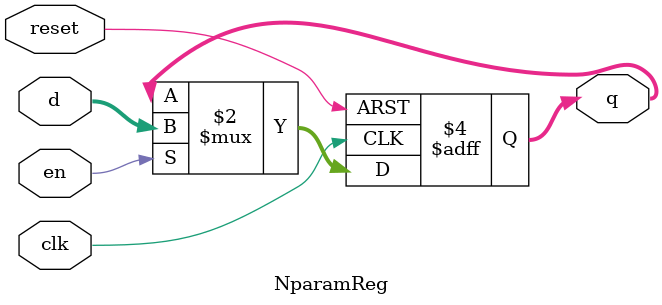
<source format=sv>
module NparamReg #(parameter Width = 2)(input logic clk, reset , en, input logic [ Width - 1:0] d, 
output logic [ Width - 1:0] q );//Resetable Enabled Register 

//asynchronouse reset 
always_ff@(posedge clk,posedge reset )
if (reset) q <= 0; // rest the registers 
else if (en) q <= d;  // store 

endmodule 

</source>
